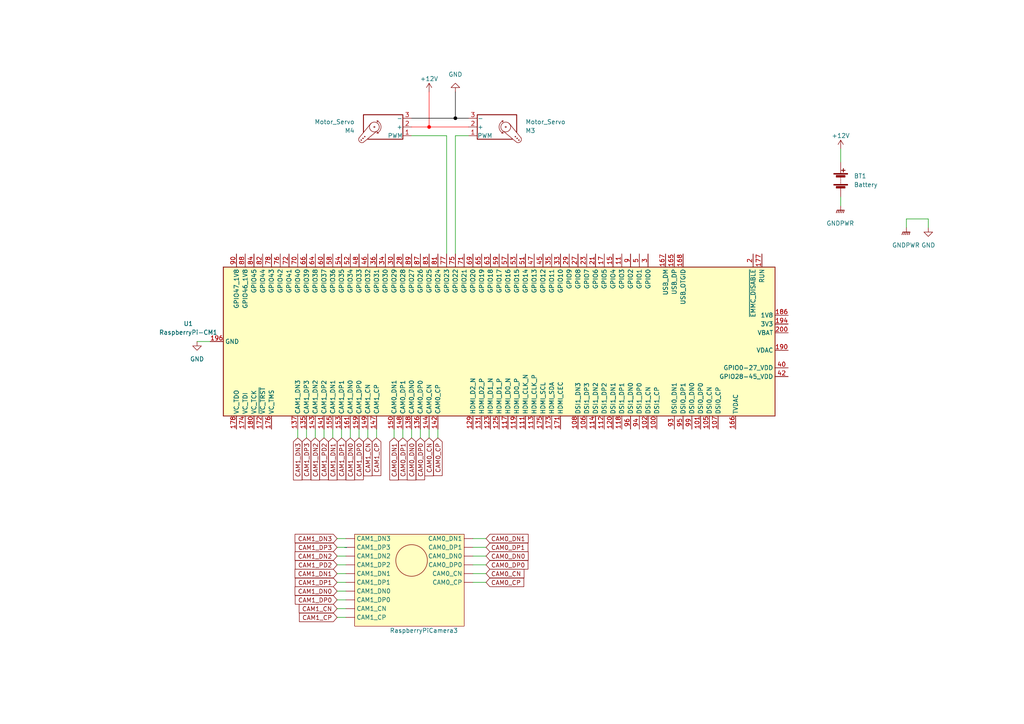
<source format=kicad_sch>
(kicad_sch (version 20230121) (generator eeschema)
  (paper "A4")
  (title_block (title "Schemes electric Scorpion balance board") (date "09/03/2023"))
  (lib_symbols
    (symbol "Device:Battery" (pin_numbers hide) (pin_names (offset 0) hide)
      (property "Reference" "BT" (at 2.54 2.54 0))
      (property "Value" "Battery" (at 2.54 0 0))
      (symbol "Battery_0_1"
        (rectangle (start -2.032 -1.397) (end 2.032 -1.651) (fill (type outline)))
        (rectangle (start -2.032 1.778) (end 2.032 1.524) (fill (type outline)))
        (rectangle (start -1.3208 -1.9812) (end 1.27 -2.4892) (fill (type outline)))
        (rectangle (start -1.3208 1.1938) (end 1.27 0.6858) (fill (type outline)))
        (polyline (pts (xy 0 -1.524) (xy 0 -1.27)))
        (polyline (pts (xy 0 -1.016) (xy 0 -0.762)))
        (polyline (pts (xy 0 -0.508) (xy 0 -0.254)))
        (polyline (pts (xy 0 0) (xy 0 0.254)))
        (polyline (pts (xy 0 0.508) (xy 0 0.762)))
        (polyline (pts (xy 0 1.778) (xy 0 2.54)))
        (polyline (pts (xy 0.254 2.667) (xy 1.27 2.667)) (stroke (width 0.254)))
        (polyline (pts (xy 0.762 3.175) (xy 0.762 2.159)) (stroke (width 0.254)))
      )
      (symbol "Battery_1_1"
        (pin passive line (at 0 5.08 270) (length 2.54) (name "+") (number "1"))
        (pin passive line (at 0 -5.08 90) (length 2.54) (name "-") (number "2"))
      )
    )
    (symbol "MCU_Module:RaspberryPi-CM1"
      (property "Reference" "U" (at -20.32 81.28 0))
      (property "Value" "RaspberryPi-CM1" (at 20.32 81.28 0))
      (symbol "RaspberryPi-CM1_0_1"
        (rectangle (start -21.59 80.01) (end 21.59 -80.01) (stroke (width 0.254)) (fill (type background)))
      )
      (symbol "RaspberryPi-CM1_1_1"
        (pin passive line (at 0 -83.82 90) (length 3.81) hide (name "GND") (number "1"))
        (pin no_connect line (at -20.32 71.12 0) (length 2.54) hide (name "NC") (number "10"))
        (pin output line (at 25.4 45.72 180) (length 3.81) (name "DSI1_CP") (number "100"))
        (pin output line (at 25.4 58.42 180) (length 3.81) (name "DSI0_DP0") (number "101"))
        (pin output line (at 25.4 43.18 180) (length 3.81) (name "DSI1_CN") (number "102"))
        (pin passive line (at 0 -83.82 90) (length 3.81) hide (name "GND") (number "103"))
        (pin passive line (at 0 -83.82 90) (length 3.81) hide (name "GND") (number "104"))
        (pin output line (at 25.4 60.96 180) (length 3.81) (name "DSI0_CN") (number "105"))
        (pin output line (at 25.4 25.4 180) (length 3.81) (name "DSI1_DP3") (number "106"))
        (pin output line (at 25.4 63.5 180) (length 3.81) (name "DSI0_CP") (number "107"))
        (pin output line (at 25.4 22.86 180) (length 3.81) (name "DSI1_DN3") (number "108"))
        (pin passive line (at 0 -83.82 90) (length 3.81) hide (name "GND") (number "109"))
        (pin bidirectional line (at -25.4 35.56 0) (length 3.81) (name "GPIO3") (number "11"))
        (pin passive line (at 0 -83.82 90) (length 3.81) hide (name "GND") (number "110"))
        (pin output line (at 25.4 7.62 180) (length 3.81) (name "HDMI_CLK_N") (number "111"))
        (pin output line (at 25.4 30.48 180) (length 3.81) (name "DSI1_DP2") (number "112"))
        (pin output line (at 25.4 10.16 180) (length 3.81) (name "HDMI_CLK_P") (number "113"))
        (pin output line (at 25.4 27.94 180) (length 3.81) (name "DSI1_DN2") (number "114"))
        (pin passive line (at 0 -83.82 90) (length 3.81) hide (name "GND") (number "115"))
        (pin passive line (at 0 -83.82 90) (length 3.81) hide (name "GND") (number "116"))
        (pin output line (at 25.4 2.54 180) (length 3.81) (name "HDMI_D0_N") (number "117"))
        (pin output line (at 25.4 35.56 180) (length 3.81) (name "DSI1_DP1") (number "118"))
        (pin output line (at 25.4 5.08 180) (length 3.81) (name "HDMI_D0_P") (number "119"))
        (pin no_connect line (at -20.32 68.58 0) (length 2.54) hide (name "NC") (number "12"))
        (pin output line (at 25.4 33.02 180) (length 3.81) (name "DSI1_DN1") (number "120"))
        (pin passive line (at 0 -83.82 90) (length 3.81) hide (name "GND") (number "121"))
        (pin passive line (at 0 -83.82 90) (length 3.81) hide (name "GND") (number "122"))
        (pin output line (at 25.4 -2.54 180) (length 3.81) (name "HDMI_D1_N") (number "123"))
        (pin no_connect line (at 20.32 76.2 180) (length 2.54) hide (name "NC") (number "124"))
        (pin output line (at 25.4 0 180) (length 3.81) (name "HDMI_D1_P") (number "125"))
        (pin no_connect line (at 20.32 73.66 180) (length 2.54) hide (name "NC") (number "126"))
        (pin passive line (at 0 -83.82 90) (length 3.81) hide (name "GND") (number "127"))
        (pin no_connect line (at 20.32 71.12 180) (length 2.54) hide (name "NC") (number "128"))
        (pin output line (at 25.4 -7.62 180) (length 3.81) (name "HDMI_D2_N") (number "129"))
        (pin passive line (at 0 -83.82 90) (length 3.81) hide (name "GND") (number "13"))
        (pin no_connect line (at 20.32 66.04 180) (length 2.54) hide (name "NC") (number "130"))
        (pin output line (at 25.4 -5.08 180) (length 3.81) (name "HDMI_D2_P") (number "131"))
        (pin no_connect line (at 20.32 48.26 180) (length 2.54) hide (name "NC") (number "132"))
        (pin passive line (at 0 -83.82 90) (length 3.81) hide (name "GND") (number "133"))
        (pin passive line (at 0 -83.82 90) (length 3.81) hide (name "GND") (number "134"))
        (pin input line (at 25.4 -55.88 180) (length 3.81) (name "CAM1_DP3") (number "135"))
        (pin input line (at 25.4 -22.86 180) (length 3.81) (name "CAM0_DP0") (number "136"))
        (pin input line (at 25.4 -58.42 180) (length 3.81) (name "CAM1_DN3") (number "137"))
        (pin input line (at 25.4 -25.4 180) (length 3.81) (name "CAM0_DN0") (number "138"))
        (pin passive line (at 0 -83.82 90) (length 3.81) hide (name "GND") (number "139"))
        (pin no_connect line (at 5.08 -78.74 90) (length 2.54) hide (name "NC") (number "14"))
        (pin passive line (at 0 -83.82 90) (length 3.81) hide (name "GND") (number "140"))
        (pin input line (at 25.4 -50.8 180) (length 3.81) (name "CAM1_DP2") (number "141"))
        (pin input line (at 25.4 -17.78 180) (length 3.81) (name "CAM0_CP") (number "142"))
        (pin input line (at 25.4 -53.34 180) (length 3.81) (name "CAM1_DN2") (number "143"))
        (pin input line (at 25.4 -20.32 180) (length 3.81) (name "CAM0_CN") (number "144"))
        (pin passive line (at 0 -83.82 90) (length 3.81) hide (name "GND") (number "145"))
        (pin passive line (at 0 -83.82 90) (length 3.81) hide (name "GND") (number "146"))
        (pin input line (at 25.4 -35.56 180) (length 3.81) (name "CAM1_CP") (number "147"))
        (pin input line (at 25.4 -27.94 180) (length 3.81) (name "CAM0_DP1") (number "148"))
        (pin input line (at 25.4 -38.1 180) (length 3.81) (name "CAM1_CN") (number "149"))
        (pin bidirectional line (at -25.4 33.02 0) (length 3.81) (name "GPIO4") (number "15"))
        (pin input line (at 25.4 -30.48 180) (length 3.81) (name "CAM0_DN1") (number "150"))
        (pin passive line (at 0 -83.82 90) (length 3.81) hide (name "GND") (number "151"))
        (pin passive line (at 0 -83.82 90) (length 3.81) hide (name "GND") (number "152"))
        (pin input line (at 25.4 -45.72 180) (length 3.81) (name "CAM1_DP1") (number "153"))
        (pin no_connect line (at 20.32 -15.24 180) (length 2.54) hide (name "NC") (number "154"))
        (pin input line (at 25.4 -48.26 180) (length 3.81) (name "CAM1_DN1") (number "155"))
        (pin no_connect line (at 20.32 -12.7 180) (length 2.54) hide (name "NC") (number "156"))
        (pin passive line (at 0 -83.82 90) (length 3.81) hide (name "GND") (number "157"))
        (pin no_connect line (at 20.32 20.32 180) (length 2.54) hide (name "NC") (number "158"))
        (pin input line (at 25.4 -40.64 180) (length 3.81) (name "CAM1_DP0") (number "159"))
        (pin no_connect line (at -20.32 66.04 0) (length 2.54) hide (name "NC") (number "16"))
        (pin no_connect line (at 20.32 -60.96 180) (length 2.54) hide (name "NC") (number "160"))
        (pin input line (at 25.4 -43.18 180) (length 3.81) (name "CAM1_DN0") (number "161"))
        (pin no_connect line (at 20.32 -63.5 180) (length 2.54) hide (name "NC") (number "162"))
        (pin passive line (at 0 -83.82 90) (length 3.81) hide (name "GND") (number "163"))
        (pin passive line (at 0 -83.82 90) (length 3.81) hide (name "GND") (number "164"))
        (pin bidirectional line (at -25.4 50.8 0) (length 3.81) (name "USB_DP") (number "165"))
        (pin output line (at 25.4 68.58 180) (length 3.81) (name "TVDAC") (number "166"))
        (pin bidirectional line (at -25.4 48.26 0) (length 3.81) (name "USB_DM") (number "167"))
        (pin passive line (at -25.4 53.34 0) (length 3.81) (name "USB_OTGID") (number "168"))
        (pin passive line (at 0 -83.82 90) (length 3.81) hide (name "GND") (number "169"))
        (pin bidirectional line (at -25.4 30.48 0) (length 3.81) (name "GPIO5") (number "17"))
        (pin passive line (at 0 -83.82 90) (length 3.81) hide (name "GND") (number "170"))
        (pin bidirectional line (at 25.4 17.78 180) (length 3.81) (name "HDMI_CEC") (number "171"))
        (pin input line (at 25.4 -68.58 180) (length 3.81) (name "~{VC_TRST}") (number "172"))
        (pin bidirectional line (at 25.4 15.24 180) (length 3.81) (name "HDMI_SDA") (number "173"))
        (pin input line (at 25.4 -73.66 180) (length 3.81) (name "VC_TDI") (number "174"))
        (pin bidirectional line (at 25.4 12.7 180) (length 3.81) (name "HDMI_SCL") (number "175"))
        (pin input line (at 25.4 -66.04 180) (length 3.81) (name "VC_TMS") (number "176"))
        (pin input line (at -25.4 76.2 0) (length 3.81) (name "RUN") (number "177"))
        (pin output line (at 25.4 -76.2 180) (length 3.81) (name "VC_TDO") (number "178"))
        (pin no_connect line (at 0 78.74 270) (length 2.54) hide (name "VDD_CORE_(DO_NOT_CONNECT)") (number "179"))
        (pin no_connect line (at -20.32 63.5 0) (length 2.54) hide (name "NC") (number "18"))
        (pin input line (at 25.4 -71.12 180) (length 3.81) (name "VC_TCK") (number "180"))
        (pin passive line (at 0 -83.82 90) (length 3.81) hide (name "GND") (number "181"))
        (pin passive line (at 0 -83.82 90) (length 3.81) hide (name "GND") (number "182"))
        (pin passive line (at -7.62 83.82 270) (length 3.81) hide (name "1V8") (number "183"))
        (pin passive line (at -7.62 83.82 270) (length 3.81) hide (name "1V8") (number "184"))
        (pin passive line (at -7.62 83.82 270) (length 3.81) hide (name "1V8") (number "185"))
        (pin power_in line (at -7.62 83.82 270) (length 3.81) (name "1V8") (number "186"))
        (pin passive line (at 0 -83.82 90) (length 3.81) hide (name "GND") (number "187"))
        (pin passive line (at 0 -83.82 90) (length 3.81) hide (name "GND") (number "188"))
        (pin passive line (at 2.54 83.82 270) (length 3.81) hide (name "VDAC") (number "189"))
        (pin passive line (at 0 -83.82 90) (length 3.81) hide (name "GND") (number "19"))
        (pin power_in line (at 2.54 83.82 270) (length 3.81) (name "VDAC") (number "190"))
        (pin passive line (at -5.08 83.82 270) (length 3.81) hide (name "3V3") (number "191"))
        (pin passive line (at -5.08 83.82 270) (length 3.81) hide (name "3V3") (number "192"))
        (pin passive line (at -5.08 83.82 270) (length 3.81) hide (name "3V3") (number "193"))
        (pin power_in line (at -5.08 83.82 270) (length 3.81) (name "3V3") (number "194"))
        (pin passive line (at 0 -83.82 90) (length 3.81) hide (name "GND") (number "195"))
        (pin power_out line (at 0 -83.82 90) (length 3.81) (name "GND") (number "196"))
        (pin passive line (at -2.54 83.82 270) (length 3.81) hide (name "VBAT") (number "197"))
        (pin passive line (at -2.54 83.82 270) (length 3.81) hide (name "VBAT") (number "198"))
        (pin passive line (at -2.54 83.82 270) (length 3.81) hide (name "VBAT") (number "199"))
        (pin input line (at -25.4 73.66 0) (length 3.81) (name "~{EMMC_DISABLE}") (number "2"))
        (pin no_connect line (at 7.62 -78.74 90) (length 2.54) hide (name "NC") (number "20"))
        (pin power_in line (at -2.54 83.82 270) (length 3.81) (name "VBAT") (number "200"))
        (pin bidirectional line (at -25.4 27.94 0) (length 3.81) (name "GPIO6") (number "21"))
        (pin no_connect line (at -20.32 60.96 0) (length 2.54) hide (name "NC") (number "22"))
        (pin bidirectional line (at -25.4 25.4 0) (length 3.81) (name "GPIO7") (number "23"))
        (pin no_connect line (at -20.32 58.42 0) (length 2.54) hide (name "NC") (number "24"))
        (pin passive line (at 0 -83.82 90) (length 3.81) hide (name "GND") (number "25"))
        (pin passive line (at 0 -83.82 90) (length 3.81) hide (name "GND") (number "26"))
        (pin bidirectional line (at -25.4 22.86 0) (length 3.81) (name "GPIO8") (number "27"))
        (pin bidirectional line (at -25.4 -27.94 0) (length 3.81) (name "GPIO28") (number "28"))
        (pin bidirectional line (at -25.4 20.32 0) (length 3.81) (name "GPIO9") (number "29"))
        (pin bidirectional line (at -25.4 43.18 0) (length 3.81) (name "GPIO0") (number "3"))
        (pin bidirectional line (at -25.4 -30.48 0) (length 3.81) (name "GPIO29") (number "30"))
        (pin passive line (at 0 -83.82 90) (length 3.81) hide (name "GND") (number "31"))
        (pin passive line (at 0 -83.82 90) (length 3.81) hide (name "GND") (number "32"))
        (pin bidirectional line (at -25.4 17.78 0) (length 3.81) (name "GPIO10") (number "33"))
        (pin bidirectional line (at -25.4 -33.02 0) (length 3.81) (name "GPIO30") (number "34"))
        (pin bidirectional line (at -25.4 15.24 0) (length 3.81) (name "GPIO11") (number "35"))
        (pin bidirectional line (at -25.4 -35.56 0) (length 3.81) (name "GPIO31") (number "36"))
        (pin passive line (at 0 -83.82 90) (length 3.81) hide (name "GND") (number "37"))
        (pin passive line (at 0 -83.82 90) (length 3.81) hide (name "GND") (number "38"))
        (pin passive line (at 7.62 83.82 270) (length 3.81) hide (name "GPIO0-27_VDD") (number "39"))
        (pin no_connect line (at 5.08 78.74 270) (length 2.54) hide (name "NC") (number "4"))
        (pin power_in line (at 7.62 83.82 270) (length 3.81) (name "GPIO0-27_VDD") (number "40"))
        (pin passive line (at 10.16 83.82 270) (length 3.81) hide (name "GPIO28-45_VDD") (number "41"))
        (pin power_in line (at 10.16 83.82 270) (length 3.81) (name "GPIO28-45_VDD") (number "42"))
        (pin passive line (at 0 -83.82 90) (length 3.81) hide (name "GND") (number "43"))
        (pin passive line (at 0 -83.82 90) (length 3.81) hide (name "GND") (number "44"))
        (pin bidirectional line (at -25.4 12.7 0) (length 3.81) (name "GPIO12") (number "45"))
        (pin bidirectional line (at -25.4 -38.1 0) (length 3.81) (name "GPIO32") (number "46"))
        (pin bidirectional line (at -25.4 10.16 0) (length 3.81) (name "GPIO13") (number "47"))
        (pin bidirectional line (at -25.4 -40.64 0) (length 3.81) (name "GPIO33") (number "48"))
        (pin passive line (at 0 -83.82 90) (length 3.81) hide (name "GND") (number "49"))
        (pin bidirectional line (at -25.4 40.64 0) (length 3.81) (name "GPIO1") (number "5"))
        (pin passive line (at 0 -83.82 90) (length 3.81) hide (name "GND") (number "50"))
        (pin bidirectional line (at -25.4 7.62 0) (length 3.81) (name "GPIO14") (number "51"))
        (pin bidirectional line (at -25.4 -43.18 0) (length 3.81) (name "GPIO34") (number "52"))
        (pin bidirectional line (at -25.4 5.08 0) (length 3.81) (name "GPIO15") (number "53"))
        (pin bidirectional line (at -25.4 -45.72 0) (length 3.81) (name "GPIO35") (number "54"))
        (pin passive line (at 0 -83.82 90) (length 3.81) hide (name "GND") (number "55"))
        (pin passive line (at 0 -83.82 90) (length 3.81) hide (name "GND") (number "56"))
        (pin bidirectional line (at -25.4 2.54 0) (length 3.81) (name "GPIO16") (number "57"))
        (pin bidirectional line (at -25.4 -48.26 0) (length 3.81) (name "GPIO36") (number "58"))
        (pin bidirectional line (at -25.4 0 0) (length 3.81) (name "GPIO17") (number "59"))
        (pin no_connect line (at 12.7 78.74 270) (length 2.54) hide (name "NC") (number "6"))
        (pin bidirectional line (at -25.4 -50.8 0) (length 3.81) (name "GPIO37") (number "60"))
        (pin passive line (at 0 -83.82 90) (length 3.81) hide (name "GND") (number "61"))
        (pin passive line (at 0 -83.82 90) (length 3.81) hide (name "GND") (number "62"))
        (pin bidirectional line (at -25.4 -2.54 0) (length 3.81) (name "GPIO18") (number "63"))
        (pin bidirectional line (at -25.4 -53.34 0) (length 3.81) (name "GPIO38") (number "64"))
        (pin bidirectional line (at -25.4 -5.08 0) (length 3.81) (name "GPIO19") (number "65"))
        (pin bidirectional line (at -25.4 -55.88 0) (length 3.81) (name "GPIO39") (number "66"))
        (pin passive line (at 0 -83.82 90) (length 3.81) hide (name "GND") (number "67"))
        (pin passive line (at 0 -83.82 90) (length 3.81) hide (name "GND") (number "68"))
        (pin bidirectional line (at -25.4 -7.62 0) (length 3.81) (name "GPIO20") (number "69"))
        (pin passive line (at 0 -83.82 90) (length 3.81) hide (name "GND") (number "7"))
        (pin bidirectional line (at -25.4 -58.42 0) (length 3.81) (name "GPIO40") (number "70"))
        (pin bidirectional line (at -25.4 -10.16 0) (length 3.81) (name "GPIO21") (number "71"))
        (pin bidirectional line (at -25.4 -60.96 0) (length 3.81) (name "GPIO41") (number "72"))
        (pin passive line (at 0 -83.82 90) (length 3.81) hide (name "GND") (number "73"))
        (pin passive line (at 0 -83.82 90) (length 3.81) hide (name "GND") (number "74"))
        (pin bidirectional line (at -25.4 -12.7 0) (length 3.81) (name "GPIO22") (number "75"))
        (pin bidirectional line (at -25.4 -63.5 0) (length 3.81) (name "GPIO42") (number "76"))
        (pin bidirectional line (at -25.4 -15.24 0) (length 3.81) (name "GPIO23") (number "77"))
        (pin bidirectional line (at -25.4 -66.04 0) (length 3.81) (name "GPIO43") (number "78"))
        (pin passive line (at 0 -83.82 90) (length 3.81) hide (name "GND") (number "79"))
        (pin no_connect line (at 2.54 -78.74 90) (length 2.54) hide (name "NC") (number "8"))
        (pin passive line (at 0 -83.82 90) (length 3.81) hide (name "GND") (number "80"))
        (pin bidirectional line (at -25.4 -17.78 0) (length 3.81) (name "GPIO24") (number "81"))
        (pin bidirectional line (at -25.4 -68.58 0) (length 3.81) (name "GPIO44") (number "82"))
        (pin bidirectional line (at -25.4 -20.32 0) (length 3.81) (name "GPIO25") (number "83"))
        (pin bidirectional line (at -25.4 -71.12 0) (length 3.81) (name "GPIO45") (number "84"))
        (pin passive line (at 0 -83.82 90) (length 3.81) hide (name "GND") (number "85"))
        (pin passive line (at 0 -83.82 90) (length 3.81) hide (name "GND") (number "86"))
        (pin bidirectional line (at -25.4 -22.86 0) (length 3.81) (name "GPIO26") (number "87"))
        (pin bidirectional line (at -25.4 -73.66 0) (length 3.81) (name "GPIO46_1V8") (number "88"))
        (pin bidirectional line (at -25.4 -25.4 0) (length 3.81) (name "GPIO27") (number "89"))
        (pin bidirectional line (at -25.4 38.1 0) (length 3.81) (name "GPIO2") (number "9"))
        (pin bidirectional line (at -25.4 -76.2 0) (length 3.81) (name "GPIO47_1V8") (number "90"))
        (pin passive line (at 0 -83.82 90) (length 3.81) hide (name "GND") (number "91"))
        (pin passive line (at 0 -83.82 90) (length 3.81) hide (name "GND") (number "92"))
        (pin output line (at 25.4 50.8 180) (length 3.81) (name "DSI0_DN1") (number "93"))
        (pin output line (at 25.4 40.64 180) (length 3.81) (name "DSI1_DP0") (number "94"))
        (pin output line (at 25.4 53.34 180) (length 3.81) (name "DSI0_DP1") (number "95"))
        (pin output line (at 25.4 38.1 180) (length 3.81) (name "DSI1_DN0") (number "96"))
        (pin passive line (at 0 -83.82 90) (length 3.81) hide (name "GND") (number "97"))
        (pin passive line (at 0 -83.82 90) (length 3.81) hide (name "GND") (number "98"))
        (pin output line (at 25.4 55.88 180) (length 3.81) (name "DSI0_DN0") (number "99"))
      )
    )
    (symbol "Motor:Motor_Servo" (pin_names (offset 0.0254))
      (property "Reference" "M" (at -5.08 4.445 0))
      (property "Value" "Motor_Servo" (at -5.08 -4.064 0))
      (symbol "Motor_Servo_0_1"
        (polyline (pts (xy 2.413 -1.778) (xy 2.032 -1.778)))
        (polyline (pts (xy 2.413 -1.778) (xy 2.286 -1.397)))
        (polyline (pts (xy 2.413 1.778) (xy 1.905 1.778)))
        (polyline (pts (xy 2.413 1.778) (xy 2.286 1.397)))
        (polyline (pts (xy 6.35 4.445) (xy 2.54 1.27)))
        (polyline (pts (xy 7.62 3.175) (xy 4.191 -1.016)))
        (polyline (pts (xy 5.08 3.556) (xy -5.08 3.556) (xy -5.08 -3.556) (xy 6.35 -3.556) (xy 6.35 1.524)) (stroke (width 0.254)))
        (arc (start 2.413 1.778) (mid 1.2406 0) (end 2.413 -1.778))
        (circle (center 3.175 0) (radius 0.1778))
        (circle (center 3.175 0) (radius 1.4224))
        (circle (center 5.969 2.794) (radius 0.127))
        (circle (center 6.477 3.302) (radius 0.127))
        (circle (center 6.985 3.81) (radius 0.127))
        (arc (start 7.62 3.175) (mid 7.4485 4.2735) (end 6.35 4.445))
      )
      (symbol "Motor_Servo_1_1"
        (pin passive line (at -7.62 2.54 0) (length 2.54) (name "PWM") (number "1"))
        (pin passive line (at -7.62 0 0) (length 2.54) (name "+") (number "2"))
        (pin passive line (at -7.62 -2.54 0) (length 2.54) (name "-") (number "3"))
      )
    )
    (symbol "power:+12V" (power) (pin_names (offset 0))
      (property "Value" "+12V" (at 0 3.556 0))
      (symbol "+12V_0_1"
        (polyline (pts (xy -0.762 1.27) (xy 0 2.54)))
        (polyline (pts (xy 0 0) (xy 0 2.54)))
        (polyline (pts (xy 0 2.54) (xy 0.762 1.27)))
      )
      (symbol "+12V_1_1"
        (pin power_in line (at 0 0 90) (length 0) hide (name "+12V") (number "1"))
      )
    )
    (symbol "power:GND" (power) (pin_names (offset 0))
      (property "Value" "GND" (at 0 -3.81 0))
      (symbol "GND_0_1"
        (polyline (pts (xy 0 0) (xy 0 -1.27) (xy 1.27 -1.27) (xy 0 -2.54) (xy -1.27 -1.27) (xy 0 -1.27)))
      )
      (symbol "GND_1_1"
        (pin power_in line (at 0 0 270) (length 0) hide (name "GND") (number "1"))
      )
    )
    (symbol "power:GNDPWR" (power) (pin_names (offset 0))
      (property "Value" "GNDPWR" (at 0 -3.302 0))
      (symbol "GNDPWR_0_1"
        (polyline (pts (xy 0 -1.27) (xy 0 0)))
        (polyline (pts (xy -1.016 -1.27) (xy -1.27 -2.032) (xy -1.27 -2.032)) (stroke (width 0.2032)))
        (polyline (pts (xy -0.508 -1.27) (xy -0.762 -2.032) (xy -0.762 -2.032)) (stroke (width 0.2032)))
        (polyline (pts (xy 0 -1.27) (xy -0.254 -2.032) (xy -0.254 -2.032)) (stroke (width 0.2032)))
        (polyline (pts (xy 0.508 -1.27) (xy 0.254 -2.032) (xy 0.254 -2.032)) (stroke (width 0.2032)))
        (polyline (pts (xy 1.016 -1.27) (xy -1.016 -1.27) (xy -1.016 -1.27)) (stroke (width 0.2032)))
        (polyline (pts (xy 1.016 -1.27) (xy 0.762 -2.032) (xy 0.762 -2.032) (xy 0.762 -2.032)) (stroke (width 0.2032)))
      )
      (symbol "GNDPWR_1_1"
        (pin power_in line (at 0 0 270) (length 0) hide (name "GNDPWR") (number "1"))
      )
    )
    (symbol "project_library:RPI_camera_v2"
      (property "Reference" "RaspberryPiCamera3" (at 12.7 -24.13 0))
      (property "Value" "~" (at 0 0 0))
      (symbol "RPI_camera_v2_0_1"
        (rectangle (start 2.54 3.81) (end 34.29 -22.86) (fill (type background)))
        (circle (center 19.05 -3.81) (radius 4.5791))
      )
      (symbol "RPI_camera_v2_1_1"
        (pin bidirectional line (at 36.83 -7.62 180) (length 2.54) (name "CAM0_CN") (number ""))
        (pin bidirectional line (at 36.83 -10.16 180) (length 2.54) (name "CAM0_CP") (number ""))
        (pin bidirectional line (at 36.83 -2.54 180) (length 2.54) (name "CAM0_DN0") (number ""))
        (pin bidirectional line (at 36.83 2.54 180) (length 2.54) (name "CAM0_DN1") (number ""))
        (pin bidirectional line (at 36.83 -5.08 180) (length 2.54) (name "CAM0_DP0") (number ""))
        (pin bidirectional line (at 36.83 0 180) (length 2.54) (name "CAM0_DP1") (number ""))
        (pin bidirectional line (at 0 -17.78 0) (length 2.54) (name "CAM1_CN") (number ""))
        (pin bidirectional line (at 0 -20.32 0) (length 2.54) (name "CAM1_CP") (number ""))
        (pin bidirectional line (at 0 -12.7 0) (length 2.54) (name "CAM1_DN0") (number ""))
        (pin bidirectional line (at 0 -7.62 0) (length 2.54) (name "CAM1_DN1") (number ""))
        (pin bidirectional line (at 0 -2.54 0) (length 2.54) (name "CAM1_DN2") (number ""))
        (pin bidirectional line (at 0 2.54 0) (length 2.54) (name "CAM1_DN3") (number ""))
        (pin bidirectional line (at 0 -15.24 0) (length 2.54) (name "CAM1_DP0") (number ""))
        (pin bidirectional line (at 0 -10.16 0) (length 2.54) (name "CAM1_DP1") (number ""))
        (pin bidirectional line (at 0 -5.08 0) (length 2.54) (name "CAM1_DP2") (number ""))
        (pin bidirectional line (at 0 0 0) (length 2.54) (name "CAM1_DP3") (number ""))
      )
    )
  )
  (junction (at 132.08 34.29) (color 0 0 0 1))
  (junction (at 124.46 36.83) (color 255 0 0 1))
  (wire (pts (xy 93.98 124.46) (xy 93.98 127)))
  (wire (pts (xy 140.97 161.29) (xy 137.16 161.29)))
  (wire (pts (xy 132.08 39.37) (xy 135.89 39.37)))
  (wire (pts (xy 132.08 34.29) (xy 119.38 34.29)) (stroke (width 0) (color 0 0 0 1)))
  (wire (pts (xy 140.97 168.91) (xy 137.16 168.91)))
  (wire (pts (xy 114.3 124.46) (xy 114.3 127)))
  (wire (pts (xy 109.22 124.46) (xy 109.22 127)))
  (wire (pts (xy 88.9 124.46) (xy 88.9 127)))
  (wire (pts (xy 262.89 63.5) (xy 269.24 63.5)))
  (wire (pts (xy 124.46 36.83) (xy 124.46 26.67)) (stroke (width 0) (color 255 0 0 1)))
  (wire (pts (xy 101.6 124.46) (xy 101.6 127)))
  (wire (pts (xy 129.54 39.37) (xy 119.38 39.37)))
  (wire (pts (xy 97.79 171.45) (xy 100.33 171.45)))
  (wire (pts (xy 269.24 63.5) (xy 269.24 66.04)))
  (wire (pts (xy 97.79 163.83) (xy 100.33 163.83)))
  (wire (pts (xy 129.54 73.66) (xy 129.54 39.37)))
  (wire (pts (xy 119.38 36.83) (xy 124.46 36.83)) (stroke (width 0) (color 255 0 0 1)))
  (wire (pts (xy 140.97 156.21) (xy 137.16 156.21)))
  (wire (pts (xy 124.46 124.46) (xy 124.46 127)))
  (wire (pts (xy 132.08 73.66) (xy 132.08 39.37)))
  (wire (pts (xy 243.84 59.69) (xy 243.84 57.15)))
  (wire (pts (xy 60.96 99.06) (xy 57.15 99.06)))
  (wire (pts (xy 140.97 163.83) (xy 137.16 163.83)))
  (wire (pts (xy 86.36 127) (xy 86.36 124.46)))
  (wire (pts (xy 97.79 179.07) (xy 100.33 179.07)))
  (wire (pts (xy 99.06 124.46) (xy 99.06 127)))
  (wire (pts (xy 97.79 176.53) (xy 100.33 176.53)))
  (wire (pts (xy 140.97 158.75) (xy 137.16 158.75)))
  (wire (pts (xy 97.79 168.91) (xy 100.33 168.91)))
  (wire (pts (xy 97.79 158.75) (xy 100.33 158.75)))
  (wire (pts (xy 135.89 36.83) (xy 124.46 36.83)) (stroke (width 0) (color 255 0 0 1)))
  (wire (pts (xy 119.38 124.46) (xy 119.38 127)))
  (wire (pts (xy 104.14 124.46) (xy 104.14 127)))
  (wire (pts (xy 132.08 26.67) (xy 132.08 34.29)) (stroke (width 0) (color 0 0 0 1)))
  (wire (pts (xy 135.89 34.29) (xy 132.08 34.29)) (stroke (width 0) (color 0 0 0 1)))
  (wire (pts (xy 262.89 66.04) (xy 262.89 63.5)))
  (wire (pts (xy 97.79 161.29) (xy 100.33 161.29)))
  (wire (pts (xy 116.84 124.46) (xy 116.84 127)))
  (wire (pts (xy 91.44 124.46) (xy 91.44 127)))
  (wire (pts (xy 140.97 166.37) (xy 137.16 166.37)))
  (wire (pts (xy 97.79 173.99) (xy 100.33 173.99)))
  (wire (pts (xy 243.84 43.18) (xy 243.84 46.99)))
  (wire (pts (xy 106.68 124.46) (xy 106.68 127)))
  (wire (pts (xy 127 124.46) (xy 127 127)))
  (wire (pts (xy 96.52 124.46) (xy 96.52 127)))
  (wire (pts (xy 97.79 156.21) (xy 100.33 156.21)))
  (wire (pts (xy 121.92 124.46) (xy 121.92 127)))
  (wire (pts (xy 97.79 166.37) (xy 100.33 166.37)))
  (global_label "CAM1_DP0" (shape input) (at 104.14 127 270) (property "Intersheetrefs" "${INTERSHEET_REFS}" (effects hide)))
  (global_label "CAM1_DP1" (shape input) (at 97.79 168.91 180) (property "Intersheetrefs" "${INTERSHEET_REFS}" (effects hide)))
  (global_label "CAM1_DP3" (shape input) (at 97.79 158.75 180) (property "Intersheetrefs" "${INTERSHEET_REFS}" (effects hide)))
  (global_label "CAM0_CP" (shape input) (at 127 127 270) (property "Intersheetrefs" "${INTERSHEET_REFS}" (effects hide)))
  (global_label "CAM1_PD2" (shape input) (at 97.79 163.83 180) (property "Intersheetrefs" "${INTERSHEET_REFS}" (effects hide)))
  (global_label "CAM1_PD2" (shape input) (at 93.98 127 270) (property "Intersheetrefs" "${INTERSHEET_REFS}" (effects hide)))
  (global_label "CAM0_DP0" (shape input) (at 140.97 163.83 0) (property "Intersheetrefs" "${INTERSHEET_REFS}" (effects hide)))
  (global_label "CAM1_CP" (shape input) (at 97.79 179.07 180) (property "Intersheetrefs" "${INTERSHEET_REFS}" (effects hide)))
  (global_label "CAM1_DN1" (shape input) (at 97.79 166.37 180) (property "Intersheetrefs" "${INTERSHEET_REFS}" (effects hide)))
  (global_label "CAM1_DN0" (shape input) (at 101.6 127 270) (property "Intersheetrefs" "${INTERSHEET_REFS}" (effects hide)))
  (global_label "CAM1_DP1" (shape input) (at 99.06 127 270) (property "Intersheetrefs" "${INTERSHEET_REFS}" (effects hide)))
  (global_label "CAM1_DN1" (shape input) (at 96.52 127 270) (property "Intersheetrefs" "${INTERSHEET_REFS}" (effects hide)))
  (global_label "CAM0_DN0" (shape input) (at 140.97 161.29 0) (property "Intersheetrefs" "${INTERSHEET_REFS}" (effects hide)))
  (global_label "CAM1_DN2" (shape input) (at 91.44 127 270) (property "Intersheetrefs" "${INTERSHEET_REFS}" (effects hide)))
  (global_label "CAM0_CP" (shape input) (at 140.97 168.91 0) (property "Intersheetrefs" "${INTERSHEET_REFS}" (effects hide)))
  (global_label "CAM1_DN2" (shape input) (at 97.79 161.29 180) (property "Intersheetrefs" "${INTERSHEET_REFS}" (effects hide)))
  (global_label "CAM1_DN3" (shape input) (at 97.79 156.21 180) (property "Intersheetrefs" "${INTERSHEET_REFS}" (effects hide)))
  (global_label "CAM1_CN" (shape input) (at 106.68 127 270) (property "Intersheetrefs" "${INTERSHEET_REFS}" (effects hide)))
  (global_label "CAM1_DN3" (shape input) (at 86.36 127 270) (property "Intersheetrefs" "${INTERSHEET_REFS}" (effects hide)))
  (global_label "CAM0_CN" (shape input) (at 140.97 166.37 0) (property "Intersheetrefs" "${INTERSHEET_REFS}" (effects hide)))
  (global_label "CAM1_CN" (shape input) (at 97.79 176.53 180) (property "Intersheetrefs" "${INTERSHEET_REFS}" (effects hide)))
  (global_label "CAM0_CN" (shape input) (at 124.46 127 270) (property "Intersheetrefs" "${INTERSHEET_REFS}" (effects hide)))
  (global_label "CAM0_DP1" (shape input) (at 140.97 158.75 0) (property "Intersheetrefs" "${INTERSHEET_REFS}" (effects hide)))
  (global_label "CAM0_DP0" (shape input) (at 121.92 127 270) (property "Intersheetrefs" "${INTERSHEET_REFS}" (effects hide)))
  (global_label "CAM0_DP1" (shape input) (at 116.84 127 270) (property "Intersheetrefs" "${INTERSHEET_REFS}" (effects hide)))
  (global_label "CAM1_DN0" (shape input) (at 97.79 171.45 180) (property "Intersheetrefs" "${INTERSHEET_REFS}" (effects hide)))
  (global_label "CAM0_DN0" (shape input) (at 119.38 127 270) (property "Intersheetrefs" "${INTERSHEET_REFS}" (effects hide)))
  (global_label "CAM1_DP0" (shape input) (at 97.79 173.99 180) (property "Intersheetrefs" "${INTERSHEET_REFS}" (effects hide)))
  (global_label "CAM1_DP3" (shape input) (at 88.9 127 270) (property "Intersheetrefs" "${INTERSHEET_REFS}" (effects hide)))
  (global_label "CAM0_DN1" (shape input) (at 140.97 156.21 0) (property "Intersheetrefs" "${INTERSHEET_REFS}" (effects hide)))
  (global_label "CAM0_DN1" (shape input) (at 114.3 127 270) (property "Intersheetrefs" "${INTERSHEET_REFS}" (effects hide)))
  (global_label "CAM1_CP" (shape input) (at 109.22 127 270) (property "Intersheetrefs" "${INTERSHEET_REFS}" (effects hide)))
  (symbol (lib_id "Device:Battery") (at 243.84 52.07 0) (unit 1)
    (property "Reference" "BT1" (at 247.65 51.054 0) (effects (justify left)))
    (property "Value" "Battery" (at 247.65 53.594 0) (effects (justify left)))
  )
  (symbol (lib_id "project_library:RPI_camera_v2") (at 100.33 158.75 0) (unit 1)
    (property "Reference" "RaspberryPiCamera3" (at 113.03 182.88 0) (effects (justify left)))
    (property "Value" "~" (at 100.33 158.75 0))
  )
  (symbol (lib_id "Motor:Motor_Servo") (at 111.76 36.83 180) (unit 1)
    (property "Reference" "M4" (at 102.87 37.8984 0) (effects (justify left)))
    (property "Value" "Motor_Servo" (at 102.87 35.3584 0) (effects (justify left)))
    (property "Datasheet" "http://forums.parallax.com/uploads/attachments/46831/74481.png" (effects hide))
  )
  (symbol (lib_id "power:GND") (at 57.15 99.06 0) (unit 1)
    (property "Reference" "#PWR012" (effects hide))
    (property "Value" "GND" (at 57.15 104.14 0))
  )
  (symbol (lib_id "power:GNDPWR") (at 243.84 59.69 0) (unit 1)
    (property "Reference" "#PWR04" (effects hide))
    (property "Value" "GNDPWR" (at 243.713 64.77 0))
  )
  (symbol (lib_id "power:GND") (at 269.24 66.04 0) (unit 1)
    (property "Reference" "#PWR06" (effects hide))
    (property "Value" "GND" (at 269.24 71.12 0))
  )
  (symbol (lib_id "power:+12V") (at 124.46 26.67 0) (unit 1)
    (property "Reference" "#PWR010" (effects hide))
    (property "Value" "+12V" (at 124.46 22.86 0))
  )
  (symbol (lib_id "MCU_Module:RaspberryPi-CM1") (at 144.78 99.06 270) (unit 1)
    (property "Reference" "U1" (at 54.61 93.8783 90))
    (property "Value" "RaspberryPi-CM1" (at 54.61 96.4183 90))
    (property "Datasheet" "https://www.raspberrypi.org/documentation/hardware/computemodule/datasheets/rpi_DATA_CM_1p0.pdf" (effects hide))
  )
  (symbol (lib_id "power:GNDPWR") (at 262.89 66.04 0) (unit 1)
    (property "Reference" "#PWR05" (effects hide))
    (property "Value" "GNDPWR" (at 262.763 71.12 0))
  )
  (symbol (lib_id "Motor:Motor_Servo") (at 143.51 36.83 0) (mirror x) (unit 1)
    (property "Reference" "M3" (at 152.4 37.8984 0) (effects (justify left)))
    (property "Value" "Motor_Servo" (at 152.4 35.3584 0) (effects (justify left)))
    (property "Datasheet" "http://forums.parallax.com/uploads/attachments/46831/74481.png" (effects hide))
  )
  (symbol (lib_id "power:+12V") (at 243.84 43.18 0) (unit 1)
    (property "Reference" "#PWR03" (effects hide))
    (property "Value" "+12V" (at 243.84 39.37 0))
  )
  (symbol (lib_id "power:GND") (at 132.08 26.67 180) (unit 1)
    (property "Reference" "#PWR011" (effects hide))
    (property "Value" "GND" (at 132.08 21.59 0))
  )
  (sheet (at 323.85 48.26) (size 17.78 16.51) (stroke (width 0.1524))
    (property "Sheetname" "Arduino+Motors" (at 323.85 47.5484 0) (effects (justify left bottom)))
    (property "Sheetfile" "untitled.kicad_sch" (at 323.85 65.3546 0) (effects (justify left top)))
  )
)
</source>
